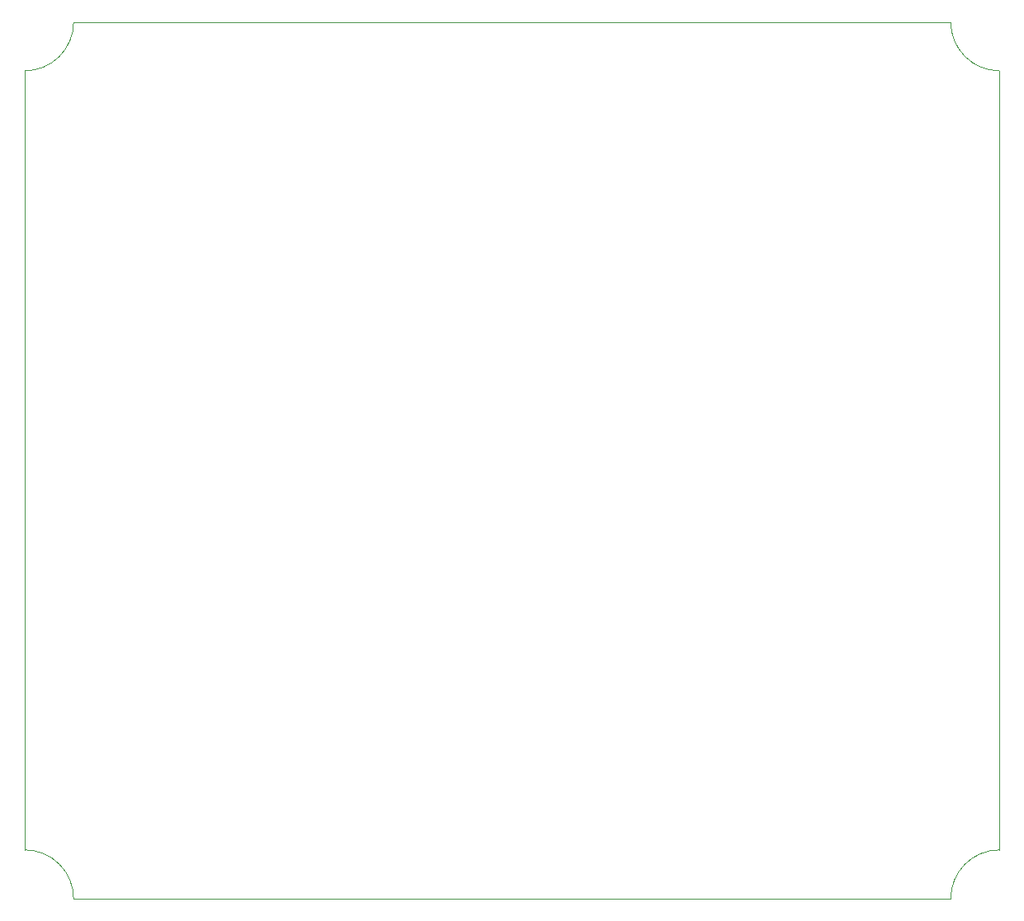
<source format=gm1>
G04 #@! TF.GenerationSoftware,KiCad,Pcbnew,(5.0.0-rc2-dev-130-g0bdae22af-dirty)*
G04 #@! TF.CreationDate,2018-07-07T09:50:54+03:00*
G04 #@! TF.ProjectId,fsb,6673622E6B696361645F706362000000,rev?*
G04 #@! TF.SameCoordinates,Original*
G04 #@! TF.FileFunction,Profile,NP*
%FSLAX46Y46*%
G04 Gerber Fmt 4.6, Leading zero omitted, Abs format (unit mm)*
G04 Created by KiCad (PCBNEW (5.0.0-rc2-dev-130-g0bdae22af-dirty)) date Sat Jul  7 09:50:54 2018*
%MOMM*%
%LPD*%
G01*
G04 APERTURE LIST*
%ADD10C,0.100000*%
G04 APERTURE END LIST*
D10*
X213000000Y-49000000D02*
G75*
G03X218000000Y-54000000I5000000J0D01*
G01*
X218000000Y-134000000D02*
G75*
G03X213000000Y-139000000I0J-5000000D01*
G01*
X123000000Y-139000000D02*
G75*
G03X118000000Y-134000000I-5000000J0D01*
G01*
X118000000Y-54000000D02*
G75*
G03X123000000Y-49000000I0J5000000D01*
G01*
X123000000Y-49000000D02*
X213000000Y-49000000D01*
X123000000Y-139000000D02*
X213000000Y-139000000D01*
X218000000Y-134000000D02*
X218000000Y-54000000D01*
X118000000Y-54000000D02*
X118000000Y-134000000D01*
M02*

</source>
